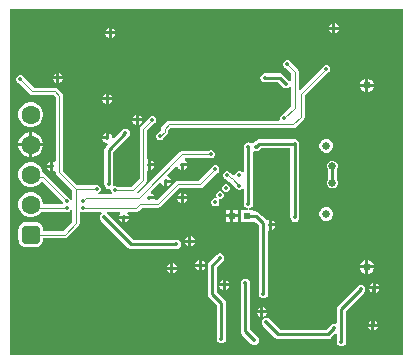
<source format=gbl>
G04*
G04 #@! TF.GenerationSoftware,Altium Limited,Altium Designer,22.11.1 (43)*
G04*
G04 Layer_Physical_Order=2*
G04 Layer_Color=16711680*
%FSLAX44Y44*%
%MOMM*%
G71*
G04*
G04 #@! TF.SameCoordinates,A50B7F4E-0ABD-407A-AE68-1F03F6E7AD64*
G04*
G04*
G04 #@! TF.FilePolarity,Positive*
G04*
G01*
G75*
%ADD16C,0.2540*%
%ADD69C,0.1250*%
%ADD71C,1.6000*%
G04:AMPARAMS|DCode=72|XSize=1.6mm|YSize=1.6mm|CornerRadius=0.4mm|HoleSize=0mm|Usage=FLASHONLY|Rotation=90.000|XOffset=0mm|YOffset=0mm|HoleType=Round|Shape=RoundedRectangle|*
%AMROUNDEDRECTD72*
21,1,1.6000,0.8000,0,0,90.0*
21,1,0.8000,1.6000,0,0,90.0*
1,1,0.8000,0.4000,0.4000*
1,1,0.8000,0.4000,-0.4000*
1,1,0.8000,-0.4000,-0.4000*
1,1,0.8000,-0.4000,0.4000*
%
%ADD72ROUNDEDRECTD72*%
%ADD73C,0.6500*%
%ADD74C,0.3500*%
%ADD75C,0.6350*%
%ADD76R,0.5080X0.5080*%
G36*
X334010Y1270D02*
X1270D01*
Y294640D01*
X334010D01*
Y1270D01*
D02*
G37*
%LPC*%
G36*
X276860Y282247D02*
Y279400D01*
X279707D01*
X279227Y280560D01*
X278020Y281767D01*
X276860Y282247D01*
D02*
G37*
G36*
X274320D02*
X273160Y281767D01*
X271953Y280560D01*
X271473Y279400D01*
X274320D01*
Y282247D01*
D02*
G37*
G36*
X87630Y278437D02*
Y275590D01*
X90477D01*
X89997Y276750D01*
X88790Y277957D01*
X87630Y278437D01*
D02*
G37*
G36*
X85090D02*
X83930Y277957D01*
X82723Y276750D01*
X82243Y275590D01*
X85090D01*
Y278437D01*
D02*
G37*
G36*
X279707Y276860D02*
X276860D01*
Y274013D01*
X278020Y274493D01*
X279227Y275700D01*
X279707Y276860D01*
D02*
G37*
G36*
X274320D02*
X271473D01*
X271953Y275700D01*
X273160Y274493D01*
X274320Y274013D01*
Y276860D01*
D02*
G37*
G36*
X90477Y273050D02*
X87630D01*
Y270203D01*
X88790Y270683D01*
X89997Y271890D01*
X90477Y273050D01*
D02*
G37*
G36*
X85090D02*
X82243D01*
X82723Y271890D01*
X83930Y270683D01*
X85090Y270203D01*
Y273050D01*
D02*
G37*
G36*
X43180Y240337D02*
Y237490D01*
X46027D01*
X45547Y238650D01*
X44340Y239857D01*
X43180Y240337D01*
D02*
G37*
G36*
X40640D02*
X39480Y239857D01*
X38273Y238650D01*
X37793Y237490D01*
X40640D01*
Y240337D01*
D02*
G37*
G36*
X236866Y250900D02*
X235574D01*
X234379Y250405D01*
X233465Y249491D01*
X232970Y248297D01*
Y247003D01*
X233465Y245809D01*
X234379Y244895D01*
X234435Y244872D01*
X239343Y239963D01*
Y233709D01*
X238073Y233324D01*
X237697Y233887D01*
X232617Y238967D01*
X231357Y239809D01*
X229870Y240105D01*
X217170D01*
X215683Y239809D01*
X214423Y238967D01*
X213581Y237707D01*
X213285Y236220D01*
X213581Y234733D01*
X214423Y233473D01*
X215683Y232631D01*
X217170Y232335D01*
X228261D01*
X232203Y228393D01*
X233463Y227551D01*
X234950Y227255D01*
X236437Y227551D01*
X237697Y228393D01*
X238073Y228956D01*
X239343Y228571D01*
Y212157D01*
X231894Y204708D01*
X231839Y204685D01*
X230925Y203771D01*
X230430Y202577D01*
Y201284D01*
X229555Y200077D01*
X135890D01*
X135890Y200077D01*
X134655Y199831D01*
X133608Y199132D01*
X133608Y199132D01*
X130013Y195537D01*
X129314Y194490D01*
X129068Y193255D01*
Y192052D01*
X126484Y189468D01*
X126429Y189445D01*
X125515Y188531D01*
X125020Y187337D01*
Y186043D01*
X125515Y184849D01*
X126429Y183935D01*
X127624Y183440D01*
X128917D01*
X130111Y183935D01*
X131025Y184849D01*
X131048Y184904D01*
X134577Y188433D01*
X134577Y188433D01*
X135277Y189480D01*
X135522Y190715D01*
Y191919D01*
X137227Y193623D01*
X241300D01*
X242535Y193869D01*
X243582Y194568D01*
X249932Y200918D01*
X250631Y201965D01*
X250877Y203200D01*
Y220913D01*
X271025Y241062D01*
X271081Y241085D01*
X271995Y241999D01*
X272490Y243193D01*
Y244487D01*
X271995Y245681D01*
X271081Y246595D01*
X269886Y247090D01*
X268594D01*
X267399Y246595D01*
X266485Y245681D01*
X266462Y245625D01*
X246970Y226134D01*
X245797Y226620D01*
Y241300D01*
X245551Y242535D01*
X244852Y243582D01*
X238998Y249436D01*
X238975Y249491D01*
X238061Y250405D01*
X236866Y250900D01*
D02*
G37*
G36*
X46027Y234950D02*
X43180D01*
Y232103D01*
X44340Y232583D01*
X45547Y233790D01*
X46027Y234950D01*
D02*
G37*
G36*
X40640D02*
X37793D01*
X38273Y233790D01*
X39480Y232583D01*
X40640Y232103D01*
Y234950D01*
D02*
G37*
G36*
X304800Y235611D02*
Y231140D01*
X309271D01*
X308438Y233150D01*
X306810Y234778D01*
X304800Y235611D01*
D02*
G37*
G36*
X302260D02*
X300250Y234778D01*
X298622Y233150D01*
X297789Y231140D01*
X302260D01*
Y235611D01*
D02*
G37*
G36*
X309271Y228600D02*
X304800D01*
Y224129D01*
X306810Y224961D01*
X308438Y226590D01*
X309271Y228600D01*
D02*
G37*
G36*
X302260D02*
X297789D01*
X298622Y226590D01*
X300250Y224961D01*
X302260Y224129D01*
Y228600D01*
D02*
G37*
G36*
X85090Y222557D02*
Y219710D01*
X87937D01*
X87457Y220870D01*
X86250Y222077D01*
X85090Y222557D01*
D02*
G37*
G36*
X82550D02*
X81390Y222077D01*
X80183Y220870D01*
X79703Y219710D01*
X82550D01*
Y222557D01*
D02*
G37*
G36*
X87937Y217170D02*
X85090D01*
Y214323D01*
X86250Y214803D01*
X87457Y216010D01*
X87937Y217170D01*
D02*
G37*
G36*
X82550D02*
X79703D01*
X80183Y216010D01*
X81390Y214803D01*
X82550Y214323D01*
Y217170D01*
D02*
G37*
G36*
X110490Y204777D02*
Y201930D01*
X113337D01*
X112857Y203090D01*
X111650Y204297D01*
X110490Y204777D01*
D02*
G37*
G36*
X107950D02*
X106790Y204297D01*
X105583Y203090D01*
X105103Y201930D01*
X107950D01*
Y204777D01*
D02*
G37*
G36*
X113337Y199390D02*
X110490D01*
Y196543D01*
X111650Y197023D01*
X112857Y198230D01*
X113337Y199390D01*
D02*
G37*
G36*
X107950D02*
X105103D01*
X105583Y198230D01*
X106790Y197023D01*
X107950Y196543D01*
Y199390D01*
D02*
G37*
G36*
X20438Y215639D02*
X17662D01*
X14982Y214920D01*
X12578Y213533D01*
X10616Y211570D01*
X9228Y209167D01*
X8510Y206486D01*
Y203711D01*
X9228Y201030D01*
X10616Y198627D01*
X12578Y196664D01*
X14982Y195277D01*
X17662Y194559D01*
X20438D01*
X23118Y195277D01*
X25522Y196664D01*
X27484Y198627D01*
X28872Y201030D01*
X29590Y203711D01*
Y206486D01*
X28872Y209167D01*
X27484Y211570D01*
X25522Y213533D01*
X23118Y214920D01*
X20438Y215639D01*
D02*
G37*
G36*
X82550Y189537D02*
X81390Y189057D01*
X80183Y187850D01*
X79703Y186690D01*
X82550D01*
Y189537D01*
D02*
G37*
G36*
X20438Y190238D02*
X20320D01*
Y180968D01*
X29590D01*
Y181086D01*
X28872Y183767D01*
X27484Y186170D01*
X25522Y188133D01*
X23118Y189520D01*
X20438Y190238D01*
D02*
G37*
G36*
X17780D02*
X17662D01*
X14982Y189520D01*
X12578Y188133D01*
X10616Y186170D01*
X9228Y183767D01*
X8510Y181086D01*
Y180968D01*
X17780D01*
Y190238D01*
D02*
G37*
G36*
X242570Y184225D02*
X212090D01*
X210603Y183929D01*
X209343Y183087D01*
X207206Y180949D01*
X206310Y180663D01*
X205483Y180857D01*
X204687Y181389D01*
X203200Y181685D01*
X201713Y181389D01*
X200453Y180547D01*
X199611Y179287D01*
X199315Y177800D01*
Y156211D01*
X198045Y155801D01*
X197421Y156425D01*
X196227Y156920D01*
X194933D01*
X193739Y156425D01*
X192825Y155511D01*
X192330Y154317D01*
X192072Y154125D01*
X191060Y153770D01*
X190295Y154281D01*
X189625Y154414D01*
X188088Y155952D01*
X187041Y156651D01*
X186414Y156776D01*
X186066Y156920D01*
X184774D01*
X183579Y156425D01*
X182665Y155511D01*
X182170Y154317D01*
Y153024D01*
X182665Y151829D01*
X183579Y150915D01*
X184293Y150619D01*
X185894Y149018D01*
X186941Y148318D01*
X187611Y148185D01*
X192802Y142995D01*
X192825Y142939D01*
X193739Y142025D01*
X194933Y141530D01*
X196227D01*
X197421Y142025D01*
X198045Y142649D01*
X199315Y142239D01*
Y129540D01*
X199611Y128053D01*
X200453Y126793D01*
X201713Y125951D01*
X202376Y125819D01*
X202825Y125730D01*
X202700Y124460D01*
X196850D01*
Y114300D01*
X207010D01*
Y114370D01*
X208280Y114896D01*
X209083Y114093D01*
X209866Y113570D01*
X212015Y111421D01*
Y53340D01*
X212311Y51853D01*
X213153Y50593D01*
X214413Y49751D01*
X215900Y49455D01*
X217387Y49751D01*
X218647Y50593D01*
X219489Y51853D01*
X219785Y53340D01*
Y106792D01*
X220490Y107263D01*
Y111760D01*
Y115877D01*
X219330Y115397D01*
X218871Y115442D01*
X218647Y115777D01*
X214837Y119587D01*
X214054Y120110D01*
X212037Y122127D01*
X210777Y122969D01*
X209290Y123265D01*
X207010D01*
Y124460D01*
X203700D01*
X203575Y125730D01*
X204024Y125819D01*
X204687Y125951D01*
X205947Y126793D01*
X206789Y128053D01*
X207085Y129540D01*
Y173454D01*
X208355Y174153D01*
X209550Y173915D01*
X211037Y174211D01*
X212297Y175053D01*
X213699Y176455D01*
X238685D01*
Y118110D01*
X238981Y116623D01*
X239823Y115363D01*
X241083Y114521D01*
X242570Y114225D01*
X244057Y114521D01*
X245317Y115363D01*
X246159Y116623D01*
X246455Y118110D01*
Y180340D01*
X246159Y181827D01*
X245317Y183087D01*
X244057Y183929D01*
X242570Y184225D01*
D02*
G37*
G36*
X270392Y184550D02*
X268088D01*
X265960Y183668D01*
X264331Y182040D01*
X263450Y179912D01*
Y177608D01*
X264331Y175480D01*
X265960Y173852D01*
X268088Y172970D01*
X270392D01*
X272520Y173852D01*
X274149Y175480D01*
X275030Y177608D01*
Y179912D01*
X274149Y182040D01*
X272520Y183668D01*
X270392Y184550D01*
D02*
G37*
G36*
X29590Y178428D02*
X20320D01*
Y169158D01*
X20438D01*
X23118Y169877D01*
X25522Y171264D01*
X27484Y173227D01*
X28872Y175630D01*
X29590Y178311D01*
Y178428D01*
D02*
G37*
G36*
X17780D02*
X8510D01*
Y178311D01*
X9228Y175630D01*
X10616Y173227D01*
X12578Y171264D01*
X14982Y169877D01*
X17662Y169158D01*
X17780D01*
Y178428D01*
D02*
G37*
G36*
X10806Y238200D02*
X9513D01*
X8319Y237705D01*
X7405Y236791D01*
X6910Y235597D01*
Y234303D01*
X7405Y233109D01*
X8319Y232195D01*
X8375Y232172D01*
X18038Y222508D01*
X18038Y222508D01*
X19085Y221809D01*
X20320Y221563D01*
X38033D01*
X39953Y219643D01*
Y165893D01*
X38683Y165166D01*
X38100Y165407D01*
Y161290D01*
Y157173D01*
X38683Y157414D01*
X39953Y156687D01*
Y156210D01*
X40199Y154975D01*
X40898Y153928D01*
X53923Y140903D01*
Y133286D01*
X52653Y133033D01*
X52285Y133921D01*
X51371Y134835D01*
X51315Y134858D01*
X31816Y154358D01*
X30769Y155057D01*
X29590Y155292D01*
Y155686D01*
X28872Y158367D01*
X27484Y160770D01*
X25522Y162733D01*
X23118Y164120D01*
X20438Y164839D01*
X17662D01*
X14982Y164120D01*
X12578Y162733D01*
X10616Y160770D01*
X9228Y158367D01*
X8510Y155686D01*
Y152911D01*
X9228Y150230D01*
X10616Y147827D01*
X12578Y145864D01*
X14982Y144477D01*
X17662Y143758D01*
X20438D01*
X23118Y144477D01*
X25522Y145864D01*
X27484Y147827D01*
X29049Y147997D01*
X46389Y130658D01*
X45876Y129388D01*
X29590D01*
Y130286D01*
X28872Y132967D01*
X27484Y135370D01*
X25522Y137333D01*
X23118Y138720D01*
X20438Y139438D01*
X17662D01*
X14982Y138720D01*
X12578Y137333D01*
X10616Y135370D01*
X9228Y132967D01*
X8510Y130286D01*
Y127511D01*
X9228Y124830D01*
X10616Y122427D01*
X12578Y120464D01*
X14982Y119077D01*
X17662Y118358D01*
X20438D01*
X23118Y119077D01*
X25522Y120464D01*
X27484Y122427D01*
X27777Y122934D01*
X47789D01*
X48884Y122480D01*
X50177D01*
X51371Y122975D01*
X52285Y123889D01*
X52653Y124777D01*
X53923Y124524D01*
Y114367D01*
X46282Y106726D01*
X29646D01*
Y107499D01*
X29422Y109206D01*
X28763Y110797D01*
X27714Y112163D01*
X26348Y113211D01*
X24757Y113870D01*
X23050Y114095D01*
X15050D01*
X13343Y113870D01*
X11752Y113211D01*
X10386Y112163D01*
X9337Y110797D01*
X8678Y109206D01*
X8454Y107499D01*
Y99499D01*
X8678Y97791D01*
X9337Y96200D01*
X10386Y94834D01*
X11752Y93786D01*
X13343Y93127D01*
X15050Y92902D01*
X23050D01*
X24757Y93127D01*
X26348Y93786D01*
X27714Y94834D01*
X28763Y96200D01*
X29422Y97791D01*
X29646Y99499D01*
Y100272D01*
X47618D01*
X48853Y100517D01*
X49900Y101217D01*
X59432Y110748D01*
X60131Y111795D01*
X60377Y113030D01*
Y122461D01*
X61647Y122987D01*
X61659Y122975D01*
X62853Y122480D01*
X64146D01*
X64202Y122503D01*
X78711D01*
X79096Y121233D01*
X78533Y120857D01*
X77691Y119597D01*
X77395Y118110D01*
X77691Y116623D01*
X78533Y115363D01*
X101393Y92503D01*
X102653Y91661D01*
X104140Y91365D01*
X142240D01*
X143727Y91661D01*
X144987Y92503D01*
X145829Y93763D01*
X146125Y95250D01*
X145829Y96737D01*
X144987Y97997D01*
X143727Y98839D01*
X142240Y99135D01*
X105749D01*
X84027Y120857D01*
X83464Y121233D01*
X83849Y122503D01*
X94320D01*
X94846Y121233D01*
X94153Y120540D01*
X93673Y119380D01*
X101907D01*
X101427Y120540D01*
X100734Y121233D01*
X101260Y122503D01*
X107950D01*
X109185Y122749D01*
X110232Y123448D01*
X113097Y126313D01*
X127000D01*
X128235Y126559D01*
X129282Y127258D01*
X144847Y142823D01*
X162560D01*
X163795Y143069D01*
X164842Y143768D01*
X177045Y155972D01*
X177101Y155995D01*
X178015Y156909D01*
X178510Y158104D01*
Y159396D01*
X178015Y160591D01*
X177101Y161505D01*
X175907Y162000D01*
X174613D01*
X173419Y161505D01*
X172505Y160591D01*
X172482Y160536D01*
X161223Y149277D01*
X143510D01*
X142275Y149031D01*
X141228Y148332D01*
X125663Y132767D01*
X124338D01*
X123948Y133350D01*
X119380D01*
Y135890D01*
X123497D01*
X123017Y137050D01*
X121810Y138257D01*
X120874Y138645D01*
X120517Y140083D01*
X127887Y147453D01*
X129326Y147096D01*
X129713Y146160D01*
X130920Y144953D01*
X132080Y144473D01*
Y148590D01*
X133350D01*
Y149860D01*
X137467D01*
X136987Y151020D01*
X135780Y152227D01*
X134844Y152614D01*
X134487Y154053D01*
X141857Y161423D01*
X143295Y161066D01*
X143683Y160130D01*
X144890Y158923D01*
X146050Y158443D01*
Y162560D01*
X147320D01*
Y163830D01*
X151437D01*
X150957Y164990D01*
X149750Y166197D01*
X149745Y166199D01*
X149340Y167742D01*
X149716Y168223D01*
X170748D01*
X170804Y168200D01*
X172097D01*
X173291Y168695D01*
X174205Y169609D01*
X174700Y170804D01*
Y172097D01*
X174205Y173291D01*
X173291Y174205D01*
X172097Y174700D01*
X170804D01*
X170748Y174677D01*
X147320D01*
X147320Y174677D01*
X146085Y174431D01*
X145038Y173732D01*
X109767Y138461D01*
X109345Y138545D01*
X108927Y139923D01*
X116582Y147578D01*
X117281Y148625D01*
X117527Y149860D01*
Y157602D01*
X118110Y157992D01*
Y162560D01*
Y167128D01*
X117527Y167518D01*
Y191703D01*
X123706Y197882D01*
X123761Y197905D01*
X124675Y198819D01*
X125170Y200014D01*
Y201306D01*
X124675Y202501D01*
X123761Y203415D01*
X122566Y203910D01*
X121273D01*
X120079Y203415D01*
X119165Y202501D01*
X119142Y202446D01*
X112018Y195322D01*
X111319Y194275D01*
X111073Y193040D01*
Y151197D01*
X104073Y144197D01*
X90872D01*
X90816Y144220D01*
X89861D01*
X89038Y144977D01*
X88827Y145306D01*
X88975Y146050D01*
Y173651D01*
X101807Y186483D01*
X102649Y187743D01*
X102945Y189230D01*
X102649Y190717D01*
X101807Y191977D01*
X100547Y192819D01*
X99060Y193115D01*
X97573Y192819D01*
X96313Y191977D01*
X89380Y185044D01*
X88110Y185570D01*
Y186273D01*
X87457Y187850D01*
X86250Y189057D01*
X85090Y189537D01*
Y185420D01*
X83820D01*
Y184150D01*
X79703D01*
X80183Y182990D01*
X81390Y181783D01*
X82967Y181130D01*
X83670D01*
X84196Y179860D01*
X82343Y178007D01*
X81501Y176747D01*
X81205Y175260D01*
Y146050D01*
X81501Y144563D01*
X82343Y143303D01*
X83603Y142461D01*
X85090Y142165D01*
X85834Y142313D01*
X86163Y142102D01*
X86920Y141279D01*
Y140323D01*
X87415Y139129D01*
X87427Y139117D01*
X86901Y137847D01*
X76136D01*
X75883Y139117D01*
X76771Y139485D01*
X77685Y140399D01*
X78180Y141594D01*
Y142886D01*
X77685Y144081D01*
X76771Y144995D01*
X75577Y145490D01*
X74283D01*
X74228Y145467D01*
X58487D01*
X46407Y157547D01*
Y220980D01*
X46161Y222215D01*
X45462Y223262D01*
X41652Y227072D01*
X40605Y227771D01*
X39370Y228017D01*
X21657D01*
X12938Y236735D01*
X12915Y236791D01*
X12001Y237705D01*
X10806Y238200D01*
D02*
G37*
G36*
X120650Y166677D02*
Y163830D01*
X123497D01*
X123017Y164990D01*
X121810Y166197D01*
X120650Y166677D01*
D02*
G37*
G36*
X35560Y165407D02*
X34400Y164927D01*
X33193Y163720D01*
X32713Y162560D01*
X35560D01*
Y165407D01*
D02*
G37*
G36*
X151437Y161290D02*
X148590D01*
Y158443D01*
X149750Y158923D01*
X150957Y160130D01*
X151437Y161290D01*
D02*
G37*
G36*
X123497D02*
X120650D01*
Y158443D01*
X121810Y158923D01*
X123017Y160130D01*
X123497Y161290D01*
D02*
G37*
G36*
X35560Y160020D02*
X32713D01*
X33193Y158860D01*
X34400Y157653D01*
X35560Y157173D01*
Y160020D01*
D02*
G37*
G36*
X137467Y147320D02*
X134620D01*
Y144473D01*
X135780Y144953D01*
X136987Y146160D01*
X137467Y147320D01*
D02*
G37*
G36*
X275250Y165965D02*
X273390D01*
X271672Y165253D01*
X270357Y163938D01*
X269645Y162220D01*
Y160360D01*
X270357Y158642D01*
X270435Y158563D01*
Y150047D01*
X270357Y149968D01*
X269645Y148250D01*
Y146390D01*
X270357Y144672D01*
X271672Y143357D01*
X273390Y142645D01*
X275250D01*
X276968Y143357D01*
X278283Y144672D01*
X278995Y146390D01*
Y148250D01*
X278283Y149968D01*
X278205Y150047D01*
Y158563D01*
X278283Y158642D01*
X278995Y160360D01*
Y162220D01*
X278283Y163938D01*
X276968Y165253D01*
X275250Y165965D01*
D02*
G37*
G36*
X184797Y146394D02*
X183503D01*
X182309Y145899D01*
X181395Y144985D01*
X180900Y143790D01*
Y142498D01*
X181395Y141303D01*
X182309Y140389D01*
X183503Y139894D01*
X184797D01*
X185991Y140389D01*
X186905Y141303D01*
X187400Y142498D01*
Y143790D01*
X186905Y144985D01*
X185991Y145899D01*
X184797Y146394D01*
D02*
G37*
G36*
X148590Y138737D02*
Y135890D01*
X151437D01*
X150957Y137050D01*
X149750Y138257D01*
X148590Y138737D01*
D02*
G37*
G36*
X146050D02*
X144890Y138257D01*
X143683Y137050D01*
X143203Y135890D01*
X146050D01*
Y138737D01*
D02*
G37*
G36*
X151437Y133350D02*
X148590D01*
Y130503D01*
X149750Y130983D01*
X150957Y132190D01*
X151437Y133350D01*
D02*
G37*
G36*
X146050D02*
X143203D01*
X143683Y132190D01*
X144890Y130983D01*
X146050Y130503D01*
Y133350D01*
D02*
G37*
G36*
X179716Y140410D02*
X178424D01*
X177229Y139915D01*
X176315Y139001D01*
X175820Y137807D01*
Y136514D01*
X176315Y135319D01*
X176406Y135228D01*
X176048Y134392D01*
X175778Y134060D01*
X174613D01*
X173419Y133565D01*
X172505Y132651D01*
X172010Y131456D01*
Y130163D01*
X172505Y128969D01*
X173419Y128055D01*
X174613Y127560D01*
X175907D01*
X177101Y128055D01*
X178015Y128969D01*
X178510Y130163D01*
Y131456D01*
X178015Y132651D01*
X177924Y132742D01*
X178282Y133578D01*
X178552Y133910D01*
X179716D01*
X180911Y134405D01*
X181825Y135319D01*
X182320Y136514D01*
Y137807D01*
X181825Y139001D01*
X180911Y139915D01*
X179716Y140410D01*
D02*
G37*
G36*
X194310Y124460D02*
X190500D01*
Y120650D01*
X194310D01*
Y124460D01*
D02*
G37*
G36*
X187960D02*
X184150D01*
Y120650D01*
X187960D01*
Y124460D01*
D02*
G37*
G36*
X270392Y126750D02*
X268088D01*
X265960Y125869D01*
X264331Y124240D01*
X263450Y122112D01*
Y119808D01*
X264331Y117680D01*
X265960Y116052D01*
X268088Y115170D01*
X270392D01*
X272520Y116052D01*
X274149Y117680D01*
X275030Y119808D01*
Y122112D01*
X274149Y124240D01*
X272520Y125869D01*
X270392Y126750D01*
D02*
G37*
G36*
X194310Y118110D02*
X190500D01*
Y114300D01*
X194310D01*
Y118110D01*
D02*
G37*
G36*
X187960D02*
X184150D01*
Y114300D01*
X187960D01*
Y118110D01*
D02*
G37*
G36*
X101907Y116840D02*
X99060D01*
Y113993D01*
X100220Y114473D01*
X101427Y115680D01*
X101907Y116840D01*
D02*
G37*
G36*
X96520D02*
X93673D01*
X94153Y115680D01*
X95360Y114473D01*
X96520Y113993D01*
Y116840D01*
D02*
G37*
G36*
X223030Y115877D02*
Y113030D01*
X225877D01*
X225397Y114190D01*
X224190Y115397D01*
X223030Y115877D01*
D02*
G37*
G36*
X225877Y110490D02*
X223030D01*
Y107643D01*
X224190Y108123D01*
X225397Y109330D01*
X225877Y110490D01*
D02*
G37*
G36*
X154940Y101907D02*
Y99060D01*
X157787D01*
X157307Y100220D01*
X156100Y101427D01*
X154940Y101907D01*
D02*
G37*
G36*
X152400D02*
X151240Y101427D01*
X150033Y100220D01*
X149553Y99060D01*
X152400D01*
Y101907D01*
D02*
G37*
G36*
X157787Y96520D02*
X154940D01*
Y93673D01*
X156100Y94153D01*
X157307Y95360D01*
X157787Y96520D01*
D02*
G37*
G36*
X152400D02*
X149553D01*
X150033Y95360D01*
X151240Y94153D01*
X152400Y93673D01*
Y96520D01*
D02*
G37*
G36*
X163830Y81587D02*
Y78740D01*
X166677D01*
X166197Y79900D01*
X164990Y81107D01*
X163830Y81587D01*
D02*
G37*
G36*
X161290D02*
X160130Y81107D01*
X158923Y79900D01*
X158443Y78740D01*
X161290D01*
Y81587D01*
D02*
G37*
G36*
X304800Y81941D02*
Y77470D01*
X309271D01*
X308438Y79480D01*
X306810Y81109D01*
X304800Y81941D01*
D02*
G37*
G36*
X302260D02*
X300250Y81109D01*
X298622Y79480D01*
X297789Y77470D01*
X302260D01*
Y81941D01*
D02*
G37*
G36*
X139700Y79047D02*
Y76200D01*
X142547D01*
X142067Y77360D01*
X140860Y78567D01*
X139700Y79047D01*
D02*
G37*
G36*
X137160D02*
X136000Y78567D01*
X134793Y77360D01*
X134313Y76200D01*
X137160D01*
Y79047D01*
D02*
G37*
G36*
X166677Y76200D02*
X163830D01*
Y73353D01*
X164990Y73833D01*
X166197Y75040D01*
X166677Y76200D01*
D02*
G37*
G36*
X161290D02*
X158443D01*
X158923Y75040D01*
X160130Y73833D01*
X161290Y73353D01*
Y76200D01*
D02*
G37*
G36*
X142547Y73660D02*
X139700D01*
Y70813D01*
X140860Y71293D01*
X142067Y72500D01*
X142547Y73660D01*
D02*
G37*
G36*
X137160D02*
X134313D01*
X134793Y72500D01*
X136000Y71293D01*
X137160Y70813D01*
Y73660D01*
D02*
G37*
G36*
X309271Y74930D02*
X304800D01*
Y70459D01*
X306810Y71291D01*
X308438Y72920D01*
X309271Y74930D01*
D02*
G37*
G36*
X302260D02*
X297789D01*
X298622Y72920D01*
X300250Y71291D01*
X302260Y70459D01*
Y74930D01*
D02*
G37*
G36*
X184150Y65077D02*
Y62230D01*
X186997D01*
X186517Y63390D01*
X185310Y64597D01*
X184150Y65077D01*
D02*
G37*
G36*
X181610D02*
X180450Y64597D01*
X179243Y63390D01*
X178763Y62230D01*
X181610D01*
Y65077D01*
D02*
G37*
G36*
X311150Y62537D02*
Y59690D01*
X313997D01*
X313517Y60850D01*
X312310Y62057D01*
X311150Y62537D01*
D02*
G37*
G36*
X308610D02*
X307450Y62057D01*
X306243Y60850D01*
X305763Y59690D01*
X308610D01*
Y62537D01*
D02*
G37*
G36*
X186997Y59690D02*
X184150D01*
Y56843D01*
X185310Y57323D01*
X186517Y58530D01*
X186997Y59690D01*
D02*
G37*
G36*
X181610D02*
X178763D01*
X179243Y58530D01*
X180450Y57323D01*
X181610Y56843D01*
Y59690D01*
D02*
G37*
G36*
X313997Y57150D02*
X311150D01*
Y54303D01*
X312310Y54783D01*
X313517Y55990D01*
X313997Y57150D01*
D02*
G37*
G36*
X308610D02*
X305763D01*
X306243Y55990D01*
X307450Y54783D01*
X308610Y54303D01*
Y57150D01*
D02*
G37*
G36*
X215900Y42217D02*
Y39370D01*
X218747D01*
X218267Y40530D01*
X217060Y41737D01*
X215900Y42217D01*
D02*
G37*
G36*
X213360D02*
X212200Y41737D01*
X210993Y40530D01*
X210513Y39370D01*
X213360D01*
Y42217D01*
D02*
G37*
G36*
X218747Y36830D02*
X215900D01*
Y33983D01*
X217060Y34463D01*
X218267Y35670D01*
X218747Y36830D01*
D02*
G37*
G36*
X213360D02*
X210513D01*
X210993Y35670D01*
X212200Y34463D01*
X213360Y33983D01*
Y36830D01*
D02*
G37*
G36*
X309880Y30665D02*
Y27818D01*
X312727D01*
X312247Y28978D01*
X311040Y30185D01*
X309880Y30665D01*
D02*
G37*
G36*
X307340D02*
X306180Y30185D01*
X304973Y28978D01*
X304493Y27818D01*
X307340D01*
Y30665D01*
D02*
G37*
G36*
X298450Y61035D02*
X296963Y60739D01*
X295703Y59897D01*
X279193Y43387D01*
X278351Y42127D01*
X278055Y40640D01*
Y28476D01*
X276785Y27777D01*
X275590Y28015D01*
X274103Y27719D01*
X272843Y26877D01*
X268901Y22935D01*
X230209D01*
X221187Y31957D01*
X219927Y32799D01*
X218440Y33095D01*
X216953Y32799D01*
X215693Y31957D01*
X214851Y30697D01*
X214555Y29210D01*
X214851Y27723D01*
X215693Y26463D01*
X225853Y16303D01*
X227113Y15461D01*
X228600Y15165D01*
X270510D01*
X271997Y15461D01*
X273257Y16303D01*
X276882Y19928D01*
X278055Y19442D01*
Y12700D01*
X278351Y11213D01*
X279193Y9953D01*
X280453Y9111D01*
X281940Y8815D01*
X283427Y9111D01*
X284687Y9953D01*
X285529Y11213D01*
X285825Y12700D01*
Y39031D01*
X301197Y54403D01*
X302039Y55663D01*
X302335Y57150D01*
X302039Y58637D01*
X301197Y59897D01*
X299937Y60739D01*
X298450Y61035D01*
D02*
G37*
G36*
X312727Y25278D02*
X309880D01*
Y22431D01*
X311040Y22911D01*
X312247Y24118D01*
X312727Y25278D01*
D02*
G37*
G36*
X307340D02*
X304493D01*
X304973Y24118D01*
X306180Y22911D01*
X307340Y22431D01*
Y25278D01*
D02*
G37*
G36*
X179070Y87705D02*
X177583Y87409D01*
X176323Y86567D01*
X169973Y80217D01*
X169131Y78957D01*
X168835Y77470D01*
Y53340D01*
X169131Y51853D01*
X169973Y50593D01*
X176455Y44111D01*
Y15240D01*
X176751Y13753D01*
X177593Y12493D01*
X178853Y11651D01*
X180340Y11355D01*
X181827Y11651D01*
X183087Y12493D01*
X183929Y13753D01*
X184225Y15240D01*
Y45720D01*
X183929Y47207D01*
X183087Y48467D01*
X176605Y54949D01*
Y75861D01*
X181817Y81073D01*
X182659Y82333D01*
X182955Y83820D01*
X182659Y85307D01*
X181817Y86567D01*
X180557Y87409D01*
X179070Y87705D01*
D02*
G37*
G36*
X200660Y66115D02*
X199173Y65819D01*
X197913Y64977D01*
X197071Y63717D01*
X196775Y62230D01*
Y21590D01*
X197071Y20103D01*
X197913Y18843D01*
X205533Y11223D01*
X206793Y10381D01*
X208280Y10085D01*
X209767Y10381D01*
X211027Y11223D01*
X211869Y12483D01*
X212165Y13970D01*
X211869Y15457D01*
X211027Y16717D01*
X204545Y23199D01*
Y62230D01*
X204249Y63717D01*
X203407Y64977D01*
X202147Y65819D01*
X200660Y66115D01*
D02*
G37*
%LPD*%
D16*
X201930Y119380D02*
X209290D01*
X211830Y116840D01*
X212090D01*
X203200Y129540D02*
Y177800D01*
X85090Y175260D02*
X99060Y189230D01*
X85090Y146050D02*
Y175260D01*
X104140Y95250D02*
X142240D01*
X81280Y118110D02*
X104140Y95250D01*
X172720Y77470D02*
X179070Y83820D01*
X172720Y53340D02*
Y77470D01*
Y53340D02*
X180340Y45720D01*
Y15240D02*
Y45720D01*
X200660Y21590D02*
Y62230D01*
Y21590D02*
X208280Y13970D01*
X212090Y116840D02*
X215900Y113030D01*
Y53340D02*
Y113030D01*
X218440Y29210D02*
X228600Y19050D01*
X270510D01*
X275590Y24130D01*
X308610Y57150D02*
X309880Y58420D01*
X308610Y26548D02*
Y57150D01*
X281940Y12700D02*
Y40640D01*
X298450Y57150D01*
X212090Y180340D02*
X242570D01*
X209550Y177800D02*
X212090Y180340D01*
X217170Y236220D02*
X229870D01*
X234950Y231140D01*
X242570Y118110D02*
Y180340D01*
X274320Y147320D02*
Y161290D01*
D69*
X147320Y171450D02*
X171450D01*
X189060Y151300D02*
X195580Y144780D01*
X185420Y153670D02*
X185806D01*
X188176Y151300D02*
X189060D01*
X185806Y153670D02*
X188176Y151300D01*
X110490Y134620D02*
X147320Y171450D01*
X66040Y134620D02*
X110490D01*
X57150Y142240D02*
X74930D01*
X90170Y140970D02*
X105410D01*
X114300Y149860D01*
Y193040D02*
X121920Y200660D01*
X114300Y149860D02*
Y193040D01*
X128270Y186690D02*
X132295Y190715D01*
Y193255D02*
X135890Y196850D01*
X132295Y190715D02*
Y193255D01*
X236220Y247650D02*
X242570Y241300D01*
Y210820D02*
Y241300D01*
X233680Y201930D02*
X242570Y210820D01*
X247650Y203200D02*
Y222250D01*
X241300Y196850D02*
X247650Y203200D01*
Y222250D02*
X269240Y243840D01*
X135890Y196850D02*
X241300D01*
X49099Y126160D02*
X49530Y125730D01*
X19050Y128898D02*
X21788Y126160D01*
X49099D01*
X107950Y125730D02*
X111760Y129540D01*
X63500Y125730D02*
X107950D01*
X57150Y113030D02*
Y142240D01*
X47618Y103498D02*
X57150Y113030D01*
X111760Y129540D02*
X127000D01*
X143510Y146050D01*
X162560D01*
X175260Y158750D01*
X19050Y154298D02*
X21272Y152076D01*
X29534D01*
X49530Y132080D01*
X63500D02*
X66040Y134620D01*
X19050Y103498D02*
X47618D01*
X20320Y224790D02*
X39370D01*
X10160Y234950D02*
X20320Y224790D01*
X39370D02*
X43180Y220980D01*
Y156210D02*
Y220980D01*
Y156210D02*
X57150Y142240D01*
D71*
X19050Y205098D02*
D03*
Y179699D02*
D03*
Y128898D02*
D03*
Y154298D02*
D03*
D72*
Y103498D02*
D03*
D73*
X269240Y178760D02*
D03*
Y120960D02*
D03*
X303530Y229870D02*
D03*
Y76200D02*
D03*
D74*
X171450Y171450D02*
D03*
X185420Y153670D02*
D03*
X175260Y130810D02*
D03*
X179070Y137160D02*
D03*
X221760Y111760D02*
D03*
X97790Y118110D02*
D03*
X184150Y143144D02*
D03*
X138430Y74930D02*
D03*
X203200Y129540D02*
D03*
Y177800D02*
D03*
X86360Y274320D02*
D03*
X275590Y278130D02*
D03*
X133350Y148590D02*
D03*
X147320Y162560D02*
D03*
X119380Y134620D02*
D03*
X147320D02*
D03*
X119380Y162560D02*
D03*
X99060Y189230D02*
D03*
X85090Y146050D02*
D03*
X81280Y118110D02*
D03*
X142240Y95250D02*
D03*
X74930Y142240D02*
D03*
X41910Y236220D02*
D03*
X109220Y200660D02*
D03*
X83820Y185420D02*
D03*
X36830Y161290D02*
D03*
X179070Y83820D02*
D03*
X180340Y15240D02*
D03*
X214630Y38100D02*
D03*
X182880Y60960D02*
D03*
X162560Y77470D02*
D03*
X153670Y97790D02*
D03*
X212090Y116840D02*
D03*
X215900Y53340D02*
D03*
X90170Y140970D02*
D03*
X121920Y200660D02*
D03*
X128270Y186690D02*
D03*
X218440Y29210D02*
D03*
X236220Y247650D02*
D03*
X233680Y201930D02*
D03*
X269240Y243840D02*
D03*
X49530Y125730D02*
D03*
X63500D02*
D03*
X175260Y158750D02*
D03*
X49530Y132080D02*
D03*
X63500D02*
D03*
X10160Y234950D02*
D03*
X275590Y24130D02*
D03*
X200660Y62230D02*
D03*
X208280Y13970D02*
D03*
X309880Y58420D02*
D03*
X308610Y26548D02*
D03*
X298450Y57150D02*
D03*
X281940Y12700D02*
D03*
X195580Y144780D02*
D03*
Y153670D02*
D03*
X209550Y177800D02*
D03*
X217170Y236220D02*
D03*
X234950Y231140D02*
D03*
X242570Y180340D02*
D03*
Y118110D02*
D03*
X83820Y218440D02*
D03*
D75*
X274320Y147320D02*
D03*
Y161290D02*
D03*
D76*
X201930Y119380D02*
D03*
X189230D02*
D03*
M02*

</source>
